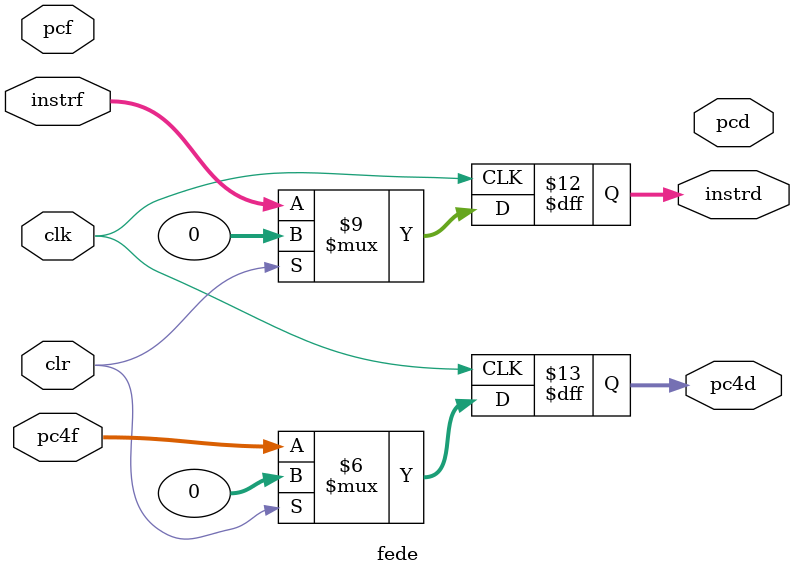
<source format=sv>
module fede (
    input clk,
    input clr,
    input [31:0] instrf,
    input [31:0] pc4f,
    input [31:0] pcf,
    
    output [31:0] instrd,
    output [31:0] pc4d,
    output [31:0] pcd
);



    always @(posedge clk) begin

        if(clr) begin 
            instrd<=0;
            pc4d<=0;
            pcf<=0; 
        end
        else begin
            instrd<=instrf;
            pc4d<=pc4f;
            pcf<=pcf;
        end
    
    end
    
endmodule
</source>
